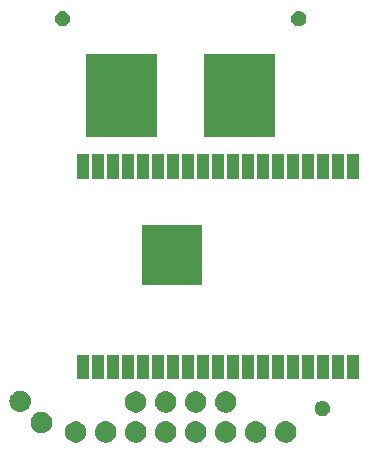
<source format=gbs>
G04 #@! TF.GenerationSoftware,KiCad,Pcbnew,5.0.2+dfsg1-1*
G04 #@! TF.CreationDate,2020-07-05T13:54:42+02:00*
G04 #@! TF.ProjectId,edgedriver,65646765-6472-4697-9665-722e6b696361,rev?*
G04 #@! TF.SameCoordinates,Original*
G04 #@! TF.FileFunction,Soldermask,Bot*
G04 #@! TF.FilePolarity,Negative*
%FSLAX46Y46*%
G04 Gerber Fmt 4.6, Leading zero omitted, Abs format (unit mm)*
G04 Created by KiCad (PCBNEW 5.0.2+dfsg1-1) date Sun Jul  5 13:54:42 2020*
%MOMM*%
%LPD*%
G01*
G04 APERTURE LIST*
%ADD10C,0.010000*%
%ADD11C,0.100000*%
G04 APERTURE END LIST*
D10*
G04 #@! TO.C,U1*
G36*
X-1425000Y15665000D02*
X-1425000Y14335000D01*
X-95000Y14335000D01*
X-95000Y15665000D01*
X-1425000Y15665000D01*
G37*
X-1425000Y15665000D02*
X-1425000Y14335000D01*
X-95000Y14335000D01*
X-95000Y15665000D01*
X-1425000Y15665000D01*
G36*
X-1425000Y17500000D02*
X-1425000Y16170000D01*
X-95000Y16170000D01*
X-95000Y17500000D01*
X-1425000Y17500000D01*
G37*
X-1425000Y17500000D02*
X-1425000Y16170000D01*
X-95000Y16170000D01*
X-95000Y17500000D01*
X-1425000Y17500000D01*
G36*
X-1425000Y13830000D02*
X-1425000Y12500000D01*
X-95000Y12500000D01*
X-95000Y13830000D01*
X-1425000Y13830000D01*
G37*
X-1425000Y13830000D02*
X-1425000Y12500000D01*
X-95000Y12500000D01*
X-95000Y13830000D01*
X-1425000Y13830000D01*
G36*
X-3260000Y13830000D02*
X-3260000Y12500000D01*
X-1930000Y12500000D01*
X-1930000Y13830000D01*
X-3260000Y13830000D01*
G37*
X-3260000Y13830000D02*
X-3260000Y12500000D01*
X-1930000Y12500000D01*
X-1930000Y13830000D01*
X-3260000Y13830000D01*
G36*
X-3260000Y15665000D02*
X-3260000Y14335000D01*
X-1930000Y14335000D01*
X-1930000Y15665000D01*
X-3260000Y15665000D01*
G37*
X-3260000Y15665000D02*
X-3260000Y14335000D01*
X-1930000Y14335000D01*
X-1930000Y15665000D01*
X-3260000Y15665000D01*
G36*
X-3260000Y17500000D02*
X-3260000Y16170000D01*
X-1930000Y16170000D01*
X-1930000Y17500000D01*
X-3260000Y17500000D01*
G37*
X-3260000Y17500000D02*
X-3260000Y16170000D01*
X-1930000Y16170000D01*
X-1930000Y17500000D01*
X-3260000Y17500000D01*
G36*
X410000Y17500000D02*
X410000Y16170000D01*
X1740000Y16170000D01*
X1740000Y17500000D01*
X410000Y17500000D01*
G37*
X410000Y17500000D02*
X410000Y16170000D01*
X1740000Y16170000D01*
X1740000Y17500000D01*
X410000Y17500000D01*
G36*
X410000Y15665000D02*
X410000Y14335000D01*
X1740000Y14335000D01*
X1740000Y15665000D01*
X410000Y15665000D01*
G37*
X410000Y15665000D02*
X410000Y14335000D01*
X1740000Y14335000D01*
X1740000Y15665000D01*
X410000Y15665000D01*
G36*
X410000Y13830000D02*
X410000Y12500000D01*
X1740000Y12500000D01*
X1740000Y13830000D01*
X410000Y13830000D01*
G37*
X410000Y13830000D02*
X410000Y12500000D01*
X1740000Y12500000D01*
X1740000Y13830000D01*
X410000Y13830000D01*
D11*
G36*
X-8627188Y866376D02*
X-8463216Y798456D01*
X-8315646Y699853D01*
X-8190147Y574354D01*
X-8091544Y426784D01*
X-8023624Y262812D01*
X-7989000Y88741D01*
X-7989000Y-88741D01*
X-8023624Y-262812D01*
X-8091544Y-426784D01*
X-8190147Y-574354D01*
X-8315646Y-699853D01*
X-8463216Y-798456D01*
X-8627188Y-866376D01*
X-8801259Y-901000D01*
X-8978741Y-901000D01*
X-9152812Y-866376D01*
X-9316784Y-798456D01*
X-9464354Y-699853D01*
X-9589853Y-574354D01*
X-9688456Y-426784D01*
X-9756376Y-262812D01*
X-9791000Y-88741D01*
X-9791000Y88741D01*
X-9756376Y262812D01*
X-9688456Y426784D01*
X-9589853Y574354D01*
X-9464354Y699853D01*
X-9316784Y798456D01*
X-9152812Y866376D01*
X-8978741Y901000D01*
X-8801259Y901000D01*
X-8627188Y866376D01*
X-8627188Y866376D01*
G37*
G36*
X-6239558Y894482D02*
X-6173373Y887963D01*
X-6060147Y853616D01*
X-6003533Y836443D01*
X-5864913Y762348D01*
X-5847009Y752778D01*
X-5811271Y723448D01*
X-5709814Y640186D01*
X-5626552Y538729D01*
X-5597222Y502991D01*
X-5597221Y502989D01*
X-5513557Y346467D01*
X-5513557Y346466D01*
X-5462037Y176627D01*
X-5444641Y0D01*
X-5462037Y-176627D01*
X-5488181Y-262812D01*
X-5513557Y-346467D01*
X-5556487Y-426782D01*
X-5597222Y-502991D01*
X-5626552Y-538729D01*
X-5709814Y-640186D01*
X-5782520Y-699853D01*
X-5847009Y-752778D01*
X-5847011Y-752779D01*
X-6003533Y-836443D01*
X-6060147Y-853616D01*
X-6173373Y-887963D01*
X-6239558Y-894482D01*
X-6305740Y-901000D01*
X-6394260Y-901000D01*
X-6460442Y-894482D01*
X-6526627Y-887963D01*
X-6639853Y-853616D01*
X-6696467Y-836443D01*
X-6852989Y-752779D01*
X-6852991Y-752778D01*
X-6917480Y-699853D01*
X-6990186Y-640186D01*
X-7073448Y-538729D01*
X-7102778Y-502991D01*
X-7143513Y-426782D01*
X-7186443Y-346467D01*
X-7211819Y-262812D01*
X-7237963Y-176627D01*
X-7255359Y0D01*
X-7237963Y176627D01*
X-7186443Y346466D01*
X-7186443Y346467D01*
X-7102779Y502989D01*
X-7102778Y502991D01*
X-7073448Y538729D01*
X-6990186Y640186D01*
X-6888729Y723448D01*
X-6852991Y752778D01*
X-6835087Y762348D01*
X-6696467Y836443D01*
X-6639853Y853616D01*
X-6526627Y887963D01*
X-6460442Y894482D01*
X-6394260Y901000D01*
X-6305740Y901000D01*
X-6239558Y894482D01*
X-6239558Y894482D01*
G37*
G36*
X-3699558Y894482D02*
X-3633373Y887963D01*
X-3520147Y853616D01*
X-3463533Y836443D01*
X-3324913Y762348D01*
X-3307009Y752778D01*
X-3271271Y723448D01*
X-3169814Y640186D01*
X-3086552Y538729D01*
X-3057222Y502991D01*
X-3057221Y502989D01*
X-2973557Y346467D01*
X-2973557Y346466D01*
X-2922037Y176627D01*
X-2904641Y0D01*
X-2922037Y-176627D01*
X-2948181Y-262812D01*
X-2973557Y-346467D01*
X-3016487Y-426782D01*
X-3057222Y-502991D01*
X-3086552Y-538729D01*
X-3169814Y-640186D01*
X-3242520Y-699853D01*
X-3307009Y-752778D01*
X-3307011Y-752779D01*
X-3463533Y-836443D01*
X-3520147Y-853616D01*
X-3633373Y-887963D01*
X-3699558Y-894482D01*
X-3765740Y-901000D01*
X-3854260Y-901000D01*
X-3920442Y-894482D01*
X-3986627Y-887963D01*
X-4099853Y-853616D01*
X-4156467Y-836443D01*
X-4312989Y-752779D01*
X-4312991Y-752778D01*
X-4377480Y-699853D01*
X-4450186Y-640186D01*
X-4533448Y-538729D01*
X-4562778Y-502991D01*
X-4603513Y-426782D01*
X-4646443Y-346467D01*
X-4671819Y-262812D01*
X-4697963Y-176627D01*
X-4715359Y0D01*
X-4697963Y176627D01*
X-4646443Y346466D01*
X-4646443Y346467D01*
X-4562779Y502989D01*
X-4562778Y502991D01*
X-4533448Y538729D01*
X-4450186Y640186D01*
X-4348729Y723448D01*
X-4312991Y752778D01*
X-4295087Y762348D01*
X-4156467Y836443D01*
X-4099853Y853616D01*
X-3986627Y887963D01*
X-3920442Y894482D01*
X-3854260Y901000D01*
X-3765740Y901000D01*
X-3699558Y894482D01*
X-3699558Y894482D01*
G37*
G36*
X-1159558Y894482D02*
X-1093373Y887963D01*
X-980147Y853616D01*
X-923533Y836443D01*
X-784913Y762348D01*
X-767009Y752778D01*
X-731271Y723448D01*
X-629814Y640186D01*
X-546552Y538729D01*
X-517222Y502991D01*
X-517221Y502989D01*
X-433557Y346467D01*
X-433557Y346466D01*
X-382037Y176627D01*
X-364641Y0D01*
X-382037Y-176627D01*
X-408181Y-262812D01*
X-433557Y-346467D01*
X-476487Y-426782D01*
X-517222Y-502991D01*
X-546552Y-538729D01*
X-629814Y-640186D01*
X-702520Y-699853D01*
X-767009Y-752778D01*
X-767011Y-752779D01*
X-923533Y-836443D01*
X-980147Y-853616D01*
X-1093373Y-887963D01*
X-1159558Y-894482D01*
X-1225740Y-901000D01*
X-1314260Y-901000D01*
X-1380442Y-894482D01*
X-1446627Y-887963D01*
X-1559853Y-853616D01*
X-1616467Y-836443D01*
X-1772989Y-752779D01*
X-1772991Y-752778D01*
X-1837480Y-699853D01*
X-1910186Y-640186D01*
X-1993448Y-538729D01*
X-2022778Y-502991D01*
X-2063513Y-426782D01*
X-2106443Y-346467D01*
X-2131819Y-262812D01*
X-2157963Y-176627D01*
X-2175359Y0D01*
X-2157963Y176627D01*
X-2106443Y346466D01*
X-2106443Y346467D01*
X-2022779Y502989D01*
X-2022778Y502991D01*
X-1993448Y538729D01*
X-1910186Y640186D01*
X-1808729Y723448D01*
X-1772991Y752778D01*
X-1755087Y762348D01*
X-1616467Y836443D01*
X-1559853Y853616D01*
X-1446627Y887963D01*
X-1380442Y894482D01*
X-1314260Y901000D01*
X-1225740Y901000D01*
X-1159558Y894482D01*
X-1159558Y894482D01*
G37*
G36*
X1380442Y894482D02*
X1446627Y887963D01*
X1559853Y853616D01*
X1616467Y836443D01*
X1755087Y762348D01*
X1772991Y752778D01*
X1808729Y723448D01*
X1910186Y640186D01*
X1993448Y538729D01*
X2022778Y502991D01*
X2022779Y502989D01*
X2106443Y346467D01*
X2106443Y346466D01*
X2157963Y176627D01*
X2175359Y0D01*
X2157963Y-176627D01*
X2131819Y-262812D01*
X2106443Y-346467D01*
X2063513Y-426782D01*
X2022778Y-502991D01*
X1993448Y-538729D01*
X1910186Y-640186D01*
X1837480Y-699853D01*
X1772991Y-752778D01*
X1772989Y-752779D01*
X1616467Y-836443D01*
X1559853Y-853616D01*
X1446627Y-887963D01*
X1380442Y-894482D01*
X1314260Y-901000D01*
X1225740Y-901000D01*
X1159558Y-894482D01*
X1093373Y-887963D01*
X980147Y-853616D01*
X923533Y-836443D01*
X767011Y-752779D01*
X767009Y-752778D01*
X702520Y-699853D01*
X629814Y-640186D01*
X546552Y-538729D01*
X517222Y-502991D01*
X476487Y-426782D01*
X433557Y-346467D01*
X408181Y-262812D01*
X382037Y-176627D01*
X364641Y0D01*
X382037Y176627D01*
X433557Y346466D01*
X433557Y346467D01*
X517221Y502989D01*
X517222Y502991D01*
X546552Y538729D01*
X629814Y640186D01*
X731271Y723448D01*
X767009Y752778D01*
X784913Y762348D01*
X923533Y836443D01*
X980147Y853616D01*
X1093373Y887963D01*
X1159558Y894482D01*
X1225740Y901000D01*
X1314260Y901000D01*
X1380442Y894482D01*
X1380442Y894482D01*
G37*
G36*
X3920442Y894482D02*
X3986627Y887963D01*
X4099853Y853616D01*
X4156467Y836443D01*
X4295087Y762348D01*
X4312991Y752778D01*
X4348729Y723448D01*
X4450186Y640186D01*
X4533448Y538729D01*
X4562778Y502991D01*
X4562779Y502989D01*
X4646443Y346467D01*
X4646443Y346466D01*
X4697963Y176627D01*
X4715359Y0D01*
X4697963Y-176627D01*
X4671819Y-262812D01*
X4646443Y-346467D01*
X4603513Y-426782D01*
X4562778Y-502991D01*
X4533448Y-538729D01*
X4450186Y-640186D01*
X4377480Y-699853D01*
X4312991Y-752778D01*
X4312989Y-752779D01*
X4156467Y-836443D01*
X4099853Y-853616D01*
X3986627Y-887963D01*
X3920442Y-894482D01*
X3854260Y-901000D01*
X3765740Y-901000D01*
X3699558Y-894482D01*
X3633373Y-887963D01*
X3520147Y-853616D01*
X3463533Y-836443D01*
X3307011Y-752779D01*
X3307009Y-752778D01*
X3242520Y-699853D01*
X3169814Y-640186D01*
X3086552Y-538729D01*
X3057222Y-502991D01*
X3016487Y-426782D01*
X2973557Y-346467D01*
X2948181Y-262812D01*
X2922037Y-176627D01*
X2904641Y0D01*
X2922037Y176627D01*
X2973557Y346466D01*
X2973557Y346467D01*
X3057221Y502989D01*
X3057222Y502991D01*
X3086552Y538729D01*
X3169814Y640186D01*
X3271271Y723448D01*
X3307009Y752778D01*
X3324913Y762348D01*
X3463533Y836443D01*
X3520147Y853616D01*
X3633373Y887963D01*
X3699558Y894482D01*
X3765740Y901000D01*
X3854260Y901000D01*
X3920442Y894482D01*
X3920442Y894482D01*
G37*
G36*
X6460442Y894482D02*
X6526627Y887963D01*
X6639853Y853616D01*
X6696467Y836443D01*
X6835087Y762348D01*
X6852991Y752778D01*
X6888729Y723448D01*
X6990186Y640186D01*
X7073448Y538729D01*
X7102778Y502991D01*
X7102779Y502989D01*
X7186443Y346467D01*
X7186443Y346466D01*
X7237963Y176627D01*
X7255359Y0D01*
X7237963Y-176627D01*
X7211819Y-262812D01*
X7186443Y-346467D01*
X7143513Y-426782D01*
X7102778Y-502991D01*
X7073448Y-538729D01*
X6990186Y-640186D01*
X6917480Y-699853D01*
X6852991Y-752778D01*
X6852989Y-752779D01*
X6696467Y-836443D01*
X6639853Y-853616D01*
X6526627Y-887963D01*
X6460442Y-894482D01*
X6394260Y-901000D01*
X6305740Y-901000D01*
X6239558Y-894482D01*
X6173373Y-887963D01*
X6060147Y-853616D01*
X6003533Y-836443D01*
X5847011Y-752779D01*
X5847009Y-752778D01*
X5782520Y-699853D01*
X5709814Y-640186D01*
X5626552Y-538729D01*
X5597222Y-502991D01*
X5556487Y-426782D01*
X5513557Y-346467D01*
X5488181Y-262812D01*
X5462037Y-176627D01*
X5444641Y0D01*
X5462037Y176627D01*
X5513557Y346466D01*
X5513557Y346467D01*
X5597221Y502989D01*
X5597222Y502991D01*
X5626552Y538729D01*
X5709814Y640186D01*
X5811271Y723448D01*
X5847009Y752778D01*
X5864913Y762348D01*
X6003533Y836443D01*
X6060147Y853616D01*
X6173373Y887963D01*
X6239558Y894482D01*
X6305740Y901000D01*
X6394260Y901000D01*
X6460442Y894482D01*
X6460442Y894482D01*
G37*
G36*
X9000442Y894482D02*
X9066627Y887963D01*
X9179853Y853616D01*
X9236467Y836443D01*
X9375087Y762348D01*
X9392991Y752778D01*
X9428729Y723448D01*
X9530186Y640186D01*
X9613448Y538729D01*
X9642778Y502991D01*
X9642779Y502989D01*
X9726443Y346467D01*
X9726443Y346466D01*
X9777963Y176627D01*
X9795359Y0D01*
X9777963Y-176627D01*
X9751819Y-262812D01*
X9726443Y-346467D01*
X9683513Y-426782D01*
X9642778Y-502991D01*
X9613448Y-538729D01*
X9530186Y-640186D01*
X9457480Y-699853D01*
X9392991Y-752778D01*
X9392989Y-752779D01*
X9236467Y-836443D01*
X9179853Y-853616D01*
X9066627Y-887963D01*
X9000442Y-894482D01*
X8934260Y-901000D01*
X8845740Y-901000D01*
X8779558Y-894482D01*
X8713373Y-887963D01*
X8600147Y-853616D01*
X8543533Y-836443D01*
X8387011Y-752779D01*
X8387009Y-752778D01*
X8322520Y-699853D01*
X8249814Y-640186D01*
X8166552Y-538729D01*
X8137222Y-502991D01*
X8096487Y-426782D01*
X8053557Y-346467D01*
X8028181Y-262812D01*
X8002037Y-176627D01*
X7984641Y0D01*
X8002037Y176627D01*
X8053557Y346466D01*
X8053557Y346467D01*
X8137221Y502989D01*
X8137222Y502991D01*
X8166552Y538729D01*
X8249814Y640186D01*
X8351271Y723448D01*
X8387009Y752778D01*
X8404913Y762348D01*
X8543533Y836443D01*
X8600147Y853616D01*
X8713373Y887963D01*
X8779558Y894482D01*
X8845740Y901000D01*
X8934260Y901000D01*
X9000442Y894482D01*
X9000442Y894482D01*
G37*
G36*
X-11537188Y1666376D02*
X-11373216Y1598456D01*
X-11225646Y1499853D01*
X-11100147Y1374354D01*
X-11001544Y1226784D01*
X-10933624Y1062812D01*
X-10899000Y888741D01*
X-10899000Y711259D01*
X-10933624Y537188D01*
X-11001544Y373216D01*
X-11100147Y225646D01*
X-11225646Y100147D01*
X-11373216Y1544D01*
X-11537188Y-66376D01*
X-11711259Y-101000D01*
X-11888741Y-101000D01*
X-12062812Y-66376D01*
X-12226784Y1544D01*
X-12374354Y100147D01*
X-12499853Y225646D01*
X-12598456Y373216D01*
X-12666376Y537188D01*
X-12701000Y711259D01*
X-12701000Y888741D01*
X-12666376Y1062812D01*
X-12598456Y1226784D01*
X-12499853Y1374354D01*
X-12374354Y1499853D01*
X-12226784Y1598456D01*
X-12062812Y1666376D01*
X-11888741Y1701000D01*
X-11711259Y1701000D01*
X-11537188Y1666376D01*
X-11537188Y1666376D01*
G37*
G36*
X12147738Y2633347D02*
X12189598Y2625021D01*
X12224245Y2610670D01*
X12307890Y2576023D01*
X12414354Y2504886D01*
X12504886Y2414354D01*
X12576023Y2307890D01*
X12600173Y2249585D01*
X12623391Y2193534D01*
X12625021Y2189597D01*
X12650000Y2064021D01*
X12650000Y1935979D01*
X12625021Y1810403D01*
X12576023Y1692110D01*
X12504886Y1585646D01*
X12414354Y1495114D01*
X12307890Y1423977D01*
X12224245Y1389330D01*
X12189598Y1374979D01*
X12147738Y1366653D01*
X12064021Y1350000D01*
X11935979Y1350000D01*
X11852262Y1366653D01*
X11810402Y1374979D01*
X11775755Y1389330D01*
X11692110Y1423977D01*
X11585646Y1495114D01*
X11495114Y1585646D01*
X11423977Y1692110D01*
X11374979Y1810403D01*
X11350000Y1935979D01*
X11350000Y2064021D01*
X11374979Y2189597D01*
X11376610Y2193534D01*
X11399827Y2249585D01*
X11423977Y2307890D01*
X11495114Y2414354D01*
X11585646Y2504886D01*
X11692110Y2576023D01*
X11775755Y2610670D01*
X11810402Y2625021D01*
X11852262Y2633347D01*
X11935979Y2650000D01*
X12064021Y2650000D01*
X12147738Y2633347D01*
X12147738Y2633347D01*
G37*
G36*
X-1159557Y3434481D02*
X-1093373Y3427963D01*
X-980147Y3393616D01*
X-923533Y3376443D01*
X-784913Y3302348D01*
X-767009Y3292778D01*
X-731271Y3263448D01*
X-629814Y3180186D01*
X-546552Y3078729D01*
X-517222Y3042991D01*
X-517221Y3042989D01*
X-433557Y2886467D01*
X-433557Y2886466D01*
X-382037Y2716627D01*
X-364641Y2540000D01*
X-382037Y2363373D01*
X-398868Y2307890D01*
X-433557Y2193533D01*
X-435661Y2189597D01*
X-517222Y2037009D01*
X-546552Y2001271D01*
X-629814Y1899814D01*
X-702520Y1840147D01*
X-767009Y1787222D01*
X-767011Y1787221D01*
X-923533Y1703557D01*
X-980147Y1686384D01*
X-1093373Y1652037D01*
X-1159557Y1645519D01*
X-1225740Y1639000D01*
X-1314260Y1639000D01*
X-1380443Y1645519D01*
X-1446627Y1652037D01*
X-1559853Y1686384D01*
X-1616467Y1703557D01*
X-1772989Y1787221D01*
X-1772991Y1787222D01*
X-1837480Y1840147D01*
X-1910186Y1899814D01*
X-1993448Y2001271D01*
X-2022778Y2037009D01*
X-2104339Y2189597D01*
X-2106443Y2193533D01*
X-2141132Y2307890D01*
X-2157963Y2363373D01*
X-2175359Y2540000D01*
X-2157963Y2716627D01*
X-2106443Y2886466D01*
X-2106443Y2886467D01*
X-2022779Y3042989D01*
X-2022778Y3042991D01*
X-1993448Y3078729D01*
X-1910186Y3180186D01*
X-1808729Y3263448D01*
X-1772991Y3292778D01*
X-1755087Y3302348D01*
X-1616467Y3376443D01*
X-1559853Y3393616D01*
X-1446627Y3427963D01*
X-1380443Y3434481D01*
X-1314260Y3441000D01*
X-1225740Y3441000D01*
X-1159557Y3434481D01*
X-1159557Y3434481D01*
G37*
G36*
X-3547188Y3406376D02*
X-3383216Y3338456D01*
X-3235646Y3239853D01*
X-3110147Y3114354D01*
X-3011544Y2966784D01*
X-2943624Y2802812D01*
X-2909000Y2628741D01*
X-2909000Y2451259D01*
X-2943624Y2277188D01*
X-3011544Y2113216D01*
X-3110147Y1965646D01*
X-3235646Y1840147D01*
X-3383216Y1741544D01*
X-3547188Y1673624D01*
X-3721259Y1639000D01*
X-3898741Y1639000D01*
X-4072812Y1673624D01*
X-4236784Y1741544D01*
X-4384354Y1840147D01*
X-4509853Y1965646D01*
X-4608456Y2113216D01*
X-4676376Y2277188D01*
X-4711000Y2451259D01*
X-4711000Y2628741D01*
X-4676376Y2802812D01*
X-4608456Y2966784D01*
X-4509853Y3114354D01*
X-4384354Y3239853D01*
X-4236784Y3338456D01*
X-4072812Y3406376D01*
X-3898741Y3441000D01*
X-3721259Y3441000D01*
X-3547188Y3406376D01*
X-3547188Y3406376D01*
G37*
G36*
X1380443Y3434481D02*
X1446627Y3427963D01*
X1559853Y3393616D01*
X1616467Y3376443D01*
X1755087Y3302348D01*
X1772991Y3292778D01*
X1808729Y3263448D01*
X1910186Y3180186D01*
X1993448Y3078729D01*
X2022778Y3042991D01*
X2022779Y3042989D01*
X2106443Y2886467D01*
X2106443Y2886466D01*
X2157963Y2716627D01*
X2175359Y2540000D01*
X2157963Y2363373D01*
X2141132Y2307890D01*
X2106443Y2193533D01*
X2104339Y2189597D01*
X2022778Y2037009D01*
X1993448Y2001271D01*
X1910186Y1899814D01*
X1837480Y1840147D01*
X1772991Y1787222D01*
X1772989Y1787221D01*
X1616467Y1703557D01*
X1559853Y1686384D01*
X1446627Y1652037D01*
X1380443Y1645519D01*
X1314260Y1639000D01*
X1225740Y1639000D01*
X1159557Y1645519D01*
X1093373Y1652037D01*
X980147Y1686384D01*
X923533Y1703557D01*
X767011Y1787221D01*
X767009Y1787222D01*
X702520Y1840147D01*
X629814Y1899814D01*
X546552Y2001271D01*
X517222Y2037009D01*
X435661Y2189597D01*
X433557Y2193533D01*
X398868Y2307890D01*
X382037Y2363373D01*
X364641Y2540000D01*
X382037Y2716627D01*
X433557Y2886466D01*
X433557Y2886467D01*
X517221Y3042989D01*
X517222Y3042991D01*
X546552Y3078729D01*
X629814Y3180186D01*
X731271Y3263448D01*
X767009Y3292778D01*
X784913Y3302348D01*
X923533Y3376443D01*
X980147Y3393616D01*
X1093373Y3427963D01*
X1159557Y3434481D01*
X1225740Y3441000D01*
X1314260Y3441000D01*
X1380443Y3434481D01*
X1380443Y3434481D01*
G37*
G36*
X3920443Y3434481D02*
X3986627Y3427963D01*
X4099853Y3393616D01*
X4156467Y3376443D01*
X4295087Y3302348D01*
X4312991Y3292778D01*
X4348729Y3263448D01*
X4450186Y3180186D01*
X4533448Y3078729D01*
X4562778Y3042991D01*
X4562779Y3042989D01*
X4646443Y2886467D01*
X4646443Y2886466D01*
X4697963Y2716627D01*
X4715359Y2540000D01*
X4697963Y2363373D01*
X4681132Y2307890D01*
X4646443Y2193533D01*
X4644339Y2189597D01*
X4562778Y2037009D01*
X4533448Y2001271D01*
X4450186Y1899814D01*
X4377480Y1840147D01*
X4312991Y1787222D01*
X4312989Y1787221D01*
X4156467Y1703557D01*
X4099853Y1686384D01*
X3986627Y1652037D01*
X3920443Y1645519D01*
X3854260Y1639000D01*
X3765740Y1639000D01*
X3699557Y1645519D01*
X3633373Y1652037D01*
X3520147Y1686384D01*
X3463533Y1703557D01*
X3307011Y1787221D01*
X3307009Y1787222D01*
X3242520Y1840147D01*
X3169814Y1899814D01*
X3086552Y2001271D01*
X3057222Y2037009D01*
X2975661Y2189597D01*
X2973557Y2193533D01*
X2938868Y2307890D01*
X2922037Y2363373D01*
X2904641Y2540000D01*
X2922037Y2716627D01*
X2973557Y2886466D01*
X2973557Y2886467D01*
X3057221Y3042989D01*
X3057222Y3042991D01*
X3086552Y3078729D01*
X3169814Y3180186D01*
X3271271Y3263448D01*
X3307009Y3292778D01*
X3324913Y3302348D01*
X3463533Y3376443D01*
X3520147Y3393616D01*
X3633373Y3427963D01*
X3699557Y3434481D01*
X3765740Y3441000D01*
X3854260Y3441000D01*
X3920443Y3434481D01*
X3920443Y3434481D01*
G37*
G36*
X-13485608Y3490532D02*
X-13419424Y3484014D01*
X-13306198Y3449667D01*
X-13249584Y3432494D01*
X-13200720Y3406375D01*
X-13093060Y3348829D01*
X-13080421Y3338456D01*
X-12955865Y3236237D01*
X-12872603Y3134780D01*
X-12843273Y3099042D01*
X-12843272Y3099040D01*
X-12759608Y2942518D01*
X-12759608Y2942517D01*
X-12708088Y2772678D01*
X-12690692Y2596051D01*
X-12708088Y2419424D01*
X-12725091Y2363373D01*
X-12759608Y2249584D01*
X-12832498Y2113218D01*
X-12843273Y2093060D01*
X-12867105Y2064021D01*
X-12955865Y1955865D01*
X-13057322Y1872603D01*
X-13093060Y1843273D01*
X-13093062Y1843272D01*
X-13249584Y1759608D01*
X-13306198Y1742435D01*
X-13419424Y1708088D01*
X-13465429Y1703557D01*
X-13551791Y1695051D01*
X-13640311Y1695051D01*
X-13726673Y1703557D01*
X-13772678Y1708088D01*
X-13885904Y1742435D01*
X-13942518Y1759608D01*
X-14099040Y1843272D01*
X-14099042Y1843273D01*
X-14134780Y1872603D01*
X-14236237Y1955865D01*
X-14324997Y2064021D01*
X-14348829Y2093060D01*
X-14359604Y2113218D01*
X-14432494Y2249584D01*
X-14467011Y2363373D01*
X-14484014Y2419424D01*
X-14501410Y2596051D01*
X-14484014Y2772678D01*
X-14432494Y2942517D01*
X-14432494Y2942518D01*
X-14348830Y3099040D01*
X-14348829Y3099042D01*
X-14319499Y3134780D01*
X-14236237Y3236237D01*
X-14111681Y3338456D01*
X-14099042Y3348829D01*
X-13991382Y3406375D01*
X-13942518Y3432494D01*
X-13885904Y3449667D01*
X-13772678Y3484014D01*
X-13706494Y3490532D01*
X-13640311Y3497051D01*
X-13551791Y3497051D01*
X-13485608Y3490532D01*
X-13485608Y3490532D01*
G37*
G36*
X10021000Y4449000D02*
X9019000Y4449000D01*
X9019000Y6551000D01*
X10021000Y6551000D01*
X10021000Y4449000D01*
X10021000Y4449000D01*
G37*
G36*
X-7759000Y4449000D02*
X-8761000Y4449000D01*
X-8761000Y6551000D01*
X-7759000Y6551000D01*
X-7759000Y4449000D01*
X-7759000Y4449000D01*
G37*
G36*
X15101000Y4449000D02*
X14099000Y4449000D01*
X14099000Y6551000D01*
X15101000Y6551000D01*
X15101000Y4449000D01*
X15101000Y4449000D01*
G37*
G36*
X13831000Y4449000D02*
X12829000Y4449000D01*
X12829000Y6551000D01*
X13831000Y6551000D01*
X13831000Y4449000D01*
X13831000Y4449000D01*
G37*
G36*
X12561000Y4449000D02*
X11559000Y4449000D01*
X11559000Y6551000D01*
X12561000Y6551000D01*
X12561000Y4449000D01*
X12561000Y4449000D01*
G37*
G36*
X7481000Y4449000D02*
X6479000Y4449000D01*
X6479000Y6551000D01*
X7481000Y6551000D01*
X7481000Y4449000D01*
X7481000Y4449000D01*
G37*
G36*
X6211000Y4449000D02*
X5209000Y4449000D01*
X5209000Y6551000D01*
X6211000Y6551000D01*
X6211000Y4449000D01*
X6211000Y4449000D01*
G37*
G36*
X4941000Y4449000D02*
X3939000Y4449000D01*
X3939000Y6551000D01*
X4941000Y6551000D01*
X4941000Y4449000D01*
X4941000Y4449000D01*
G37*
G36*
X3671000Y4449000D02*
X2669000Y4449000D01*
X2669000Y6551000D01*
X3671000Y6551000D01*
X3671000Y4449000D01*
X3671000Y4449000D01*
G37*
G36*
X11291000Y4449000D02*
X10289000Y4449000D01*
X10289000Y6551000D01*
X11291000Y6551000D01*
X11291000Y4449000D01*
X11291000Y4449000D01*
G37*
G36*
X1131000Y4449000D02*
X129000Y4449000D01*
X129000Y6551000D01*
X1131000Y6551000D01*
X1131000Y4449000D01*
X1131000Y4449000D01*
G37*
G36*
X-139000Y4449000D02*
X-1141000Y4449000D01*
X-1141000Y6551000D01*
X-139000Y6551000D01*
X-139000Y4449000D01*
X-139000Y4449000D01*
G37*
G36*
X8751000Y4449000D02*
X7749000Y4449000D01*
X7749000Y6551000D01*
X8751000Y6551000D01*
X8751000Y4449000D01*
X8751000Y4449000D01*
G37*
G36*
X-5219000Y4449000D02*
X-6221000Y4449000D01*
X-6221000Y6551000D01*
X-5219000Y6551000D01*
X-5219000Y4449000D01*
X-5219000Y4449000D01*
G37*
G36*
X-3949000Y4449000D02*
X-4951000Y4449000D01*
X-4951000Y6551000D01*
X-3949000Y6551000D01*
X-3949000Y4449000D01*
X-3949000Y4449000D01*
G37*
G36*
X-1409000Y4449000D02*
X-2411000Y4449000D01*
X-2411000Y6551000D01*
X-1409000Y6551000D01*
X-1409000Y4449000D01*
X-1409000Y4449000D01*
G37*
G36*
X-2679000Y4449000D02*
X-3681000Y4449000D01*
X-3681000Y6551000D01*
X-2679000Y6551000D01*
X-2679000Y4449000D01*
X-2679000Y4449000D01*
G37*
G36*
X-6489000Y4449000D02*
X-7491000Y4449000D01*
X-7491000Y6551000D01*
X-6489000Y6551000D01*
X-6489000Y4449000D01*
X-6489000Y4449000D01*
G37*
G36*
X2401000Y4449000D02*
X1399000Y4449000D01*
X1399000Y6551000D01*
X2401000Y6551000D01*
X2401000Y4449000D01*
X2401000Y4449000D01*
G37*
G36*
X1791000Y12449000D02*
X-3311000Y12449000D01*
X-3311000Y17551000D01*
X1791000Y17551000D01*
X1791000Y12449000D01*
X1791000Y12449000D01*
G37*
G36*
X-7759000Y21449000D02*
X-8761000Y21449000D01*
X-8761000Y23551000D01*
X-7759000Y23551000D01*
X-7759000Y21449000D01*
X-7759000Y21449000D01*
G37*
G36*
X10021000Y21449000D02*
X9019000Y21449000D01*
X9019000Y23551000D01*
X10021000Y23551000D01*
X10021000Y21449000D01*
X10021000Y21449000D01*
G37*
G36*
X7481000Y21449000D02*
X6479000Y21449000D01*
X6479000Y23551000D01*
X7481000Y23551000D01*
X7481000Y21449000D01*
X7481000Y21449000D01*
G37*
G36*
X6211000Y21449000D02*
X5209000Y21449000D01*
X5209000Y23551000D01*
X6211000Y23551000D01*
X6211000Y21449000D01*
X6211000Y21449000D01*
G37*
G36*
X8751000Y21449000D02*
X7749000Y21449000D01*
X7749000Y23551000D01*
X8751000Y23551000D01*
X8751000Y21449000D01*
X8751000Y21449000D01*
G37*
G36*
X3671000Y21449000D02*
X2669000Y21449000D01*
X2669000Y23551000D01*
X3671000Y23551000D01*
X3671000Y21449000D01*
X3671000Y21449000D01*
G37*
G36*
X-6489000Y21449000D02*
X-7491000Y21449000D01*
X-7491000Y23551000D01*
X-6489000Y23551000D01*
X-6489000Y21449000D01*
X-6489000Y21449000D01*
G37*
G36*
X2401000Y21449000D02*
X1399000Y21449000D01*
X1399000Y23551000D01*
X2401000Y23551000D01*
X2401000Y21449000D01*
X2401000Y21449000D01*
G37*
G36*
X-139000Y21449000D02*
X-1141000Y21449000D01*
X-1141000Y23551000D01*
X-139000Y23551000D01*
X-139000Y21449000D01*
X-139000Y21449000D01*
G37*
G36*
X-1409000Y21449000D02*
X-2411000Y21449000D01*
X-2411000Y23551000D01*
X-1409000Y23551000D01*
X-1409000Y21449000D01*
X-1409000Y21449000D01*
G37*
G36*
X-2679000Y21449000D02*
X-3681000Y21449000D01*
X-3681000Y23551000D01*
X-2679000Y23551000D01*
X-2679000Y21449000D01*
X-2679000Y21449000D01*
G37*
G36*
X-3949000Y21449000D02*
X-4951000Y21449000D01*
X-4951000Y23551000D01*
X-3949000Y23551000D01*
X-3949000Y21449000D01*
X-3949000Y21449000D01*
G37*
G36*
X-5219000Y21449000D02*
X-6221000Y21449000D01*
X-6221000Y23551000D01*
X-5219000Y23551000D01*
X-5219000Y21449000D01*
X-5219000Y21449000D01*
G37*
G36*
X4941000Y21449000D02*
X3939000Y21449000D01*
X3939000Y23551000D01*
X4941000Y23551000D01*
X4941000Y21449000D01*
X4941000Y21449000D01*
G37*
G36*
X11291000Y21449000D02*
X10289000Y21449000D01*
X10289000Y23551000D01*
X11291000Y23551000D01*
X11291000Y21449000D01*
X11291000Y21449000D01*
G37*
G36*
X12561000Y21449000D02*
X11559000Y21449000D01*
X11559000Y23551000D01*
X12561000Y23551000D01*
X12561000Y21449000D01*
X12561000Y21449000D01*
G37*
G36*
X13831000Y21449000D02*
X12829000Y21449000D01*
X12829000Y23551000D01*
X13831000Y23551000D01*
X13831000Y21449000D01*
X13831000Y21449000D01*
G37*
G36*
X15101000Y21449000D02*
X14099000Y21449000D01*
X14099000Y23551000D01*
X15101000Y23551000D01*
X15101000Y21449000D01*
X15101000Y21449000D01*
G37*
G36*
X1131000Y21449000D02*
X129000Y21449000D01*
X129000Y23551000D01*
X1131000Y23551000D01*
X1131000Y21449000D01*
X1131000Y21449000D01*
G37*
G36*
X8000000Y25000000D02*
X2000000Y25000000D01*
X2000000Y32000000D01*
X8000000Y32000000D01*
X8000000Y25000000D01*
X8000000Y25000000D01*
G37*
G36*
X-2000000Y25000000D02*
X-8000000Y25000000D01*
X-8000000Y32000000D01*
X-2000000Y32000000D01*
X-2000000Y25000000D01*
X-2000000Y25000000D01*
G37*
G36*
X10147738Y35633347D02*
X10189598Y35625021D01*
X10224245Y35610670D01*
X10307890Y35576023D01*
X10414354Y35504886D01*
X10504886Y35414354D01*
X10576023Y35307890D01*
X10625021Y35189597D01*
X10650000Y35064021D01*
X10650000Y34935979D01*
X10625021Y34810403D01*
X10576023Y34692110D01*
X10504886Y34585646D01*
X10414354Y34495114D01*
X10307890Y34423977D01*
X10224245Y34389330D01*
X10189598Y34374979D01*
X10147738Y34366653D01*
X10064021Y34350000D01*
X9935979Y34350000D01*
X9852262Y34366653D01*
X9810402Y34374979D01*
X9775755Y34389330D01*
X9692110Y34423977D01*
X9585646Y34495114D01*
X9495114Y34585646D01*
X9423977Y34692110D01*
X9374979Y34810403D01*
X9350000Y34935979D01*
X9350000Y35064021D01*
X9374979Y35189597D01*
X9423977Y35307890D01*
X9495114Y35414354D01*
X9585646Y35504886D01*
X9692110Y35576023D01*
X9775755Y35610670D01*
X9810402Y35625021D01*
X9852262Y35633347D01*
X9935979Y35650000D01*
X10064021Y35650000D01*
X10147738Y35633347D01*
X10147738Y35633347D01*
G37*
G36*
X-9852262Y35633347D02*
X-9810402Y35625021D01*
X-9775755Y35610670D01*
X-9692110Y35576023D01*
X-9585646Y35504886D01*
X-9495114Y35414354D01*
X-9423977Y35307890D01*
X-9374979Y35189597D01*
X-9350000Y35064021D01*
X-9350000Y34935979D01*
X-9374979Y34810403D01*
X-9423977Y34692110D01*
X-9495114Y34585646D01*
X-9585646Y34495114D01*
X-9692110Y34423977D01*
X-9775755Y34389330D01*
X-9810402Y34374979D01*
X-9852262Y34366653D01*
X-9935979Y34350000D01*
X-10064021Y34350000D01*
X-10147738Y34366653D01*
X-10189598Y34374979D01*
X-10224245Y34389330D01*
X-10307890Y34423977D01*
X-10414354Y34495114D01*
X-10504886Y34585646D01*
X-10576023Y34692110D01*
X-10625021Y34810403D01*
X-10650000Y34935979D01*
X-10650000Y35064021D01*
X-10625021Y35189597D01*
X-10576023Y35307890D01*
X-10504886Y35414354D01*
X-10414354Y35504886D01*
X-10307890Y35576023D01*
X-10224245Y35610670D01*
X-10189598Y35625021D01*
X-10147738Y35633347D01*
X-10064021Y35650000D01*
X-9935979Y35650000D01*
X-9852262Y35633347D01*
X-9852262Y35633347D01*
G37*
M02*

</source>
